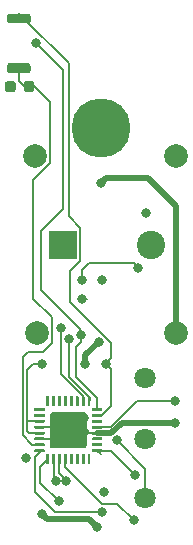
<source format=gbl>
G04 #@! TF.GenerationSoftware,KiCad,Pcbnew,(5.99.0-168-g9990dcc1b)*
G04 #@! TF.CreationDate,2019-12-17T14:25:06+03:00*
G04 #@! TF.ProjectId,SmartPartsIONBoard,536d6172-7450-4617-9274-73494f4e426f,rev?*
G04 #@! TF.SameCoordinates,Original*
G04 #@! TF.FileFunction,Copper,L2,Bot*
G04 #@! TF.FilePolarity,Positive*
%FSLAX46Y46*%
G04 Gerber Fmt 4.6, Leading zero omitted, Abs format (unit mm)*
G04 Created by KiCad (PCBNEW (5.99.0-168-g9990dcc1b)) date 2019-12-17 14:25:06*
%MOMM*%
%LPD*%
G04 APERTURE LIST*
%ADD10C,0.100000*%
%ADD11C,0.250000*%
%ADD12C,3.100000*%
%ADD13C,2.400000*%
%ADD14R,2.400000X2.400000*%
%ADD15C,0.800000*%
%ADD16C,5.000000*%
%ADD17C,2.000000*%
%ADD18C,1.800000*%
%ADD19C,0.875000*%
%ADD20C,0.250000*%
%ADD21C,0.200000*%
%ADD22C,0.500000*%
%ADD23C,0.150000*%
G04 APERTURE END LIST*
D10*
G36*
X64626418Y-68214758D02*
G01*
X64646694Y-68228306D01*
X64660242Y-68248582D01*
X64665000Y-68272500D01*
X64665000Y-69022500D01*
X64660242Y-69046418D01*
X64646694Y-69066694D01*
X64626418Y-69080242D01*
X64602500Y-69085000D01*
X64477500Y-69085000D01*
X64453582Y-69080242D01*
X64433306Y-69066694D01*
X64419758Y-69046418D01*
X64415000Y-69022500D01*
X64415000Y-68272500D01*
X64419758Y-68248582D01*
X64433306Y-68228306D01*
X64453582Y-68214758D01*
X64477500Y-68210000D01*
X64602500Y-68210000D01*
X64626418Y-68214758D01*
X64626418Y-68214758D01*
G37*
D11*
X64540000Y-68647500D03*
D10*
G36*
X65126418Y-68214758D02*
G01*
X65146694Y-68228306D01*
X65160242Y-68248582D01*
X65165000Y-68272500D01*
X65165000Y-69022500D01*
X65160242Y-69046418D01*
X65146694Y-69066694D01*
X65126418Y-69080242D01*
X65102500Y-69085000D01*
X64977500Y-69085000D01*
X64953582Y-69080242D01*
X64933306Y-69066694D01*
X64919758Y-69046418D01*
X64915000Y-69022500D01*
X64915000Y-68272500D01*
X64919758Y-68248582D01*
X64933306Y-68228306D01*
X64953582Y-68214758D01*
X64977500Y-68210000D01*
X65102500Y-68210000D01*
X65126418Y-68214758D01*
X65126418Y-68214758D01*
G37*
D11*
X65040000Y-68647500D03*
D10*
G36*
X65626418Y-68214758D02*
G01*
X65646694Y-68228306D01*
X65660242Y-68248582D01*
X65665000Y-68272500D01*
X65665000Y-69022500D01*
X65660242Y-69046418D01*
X65646694Y-69066694D01*
X65626418Y-69080242D01*
X65602500Y-69085000D01*
X65477500Y-69085000D01*
X65453582Y-69080242D01*
X65433306Y-69066694D01*
X65419758Y-69046418D01*
X65415000Y-69022500D01*
X65415000Y-68272500D01*
X65419758Y-68248582D01*
X65433306Y-68228306D01*
X65453582Y-68214758D01*
X65477500Y-68210000D01*
X65602500Y-68210000D01*
X65626418Y-68214758D01*
X65626418Y-68214758D01*
G37*
D11*
X65540000Y-68647500D03*
D10*
G36*
X66126418Y-68214758D02*
G01*
X66146694Y-68228306D01*
X66160242Y-68248582D01*
X66165000Y-68272500D01*
X66165000Y-69022500D01*
X66160242Y-69046418D01*
X66146694Y-69066694D01*
X66126418Y-69080242D01*
X66102500Y-69085000D01*
X65977500Y-69085000D01*
X65953582Y-69080242D01*
X65933306Y-69066694D01*
X65919758Y-69046418D01*
X65915000Y-69022500D01*
X65915000Y-68272500D01*
X65919758Y-68248582D01*
X65933306Y-68228306D01*
X65953582Y-68214758D01*
X65977500Y-68210000D01*
X66102500Y-68210000D01*
X66126418Y-68214758D01*
X66126418Y-68214758D01*
G37*
D11*
X66040000Y-68647500D03*
D10*
G36*
X66626418Y-68214758D02*
G01*
X66646694Y-68228306D01*
X66660242Y-68248582D01*
X66665000Y-68272500D01*
X66665000Y-69022500D01*
X66660242Y-69046418D01*
X66646694Y-69066694D01*
X66626418Y-69080242D01*
X66602500Y-69085000D01*
X66477500Y-69085000D01*
X66453582Y-69080242D01*
X66433306Y-69066694D01*
X66419758Y-69046418D01*
X66415000Y-69022500D01*
X66415000Y-68272500D01*
X66419758Y-68248582D01*
X66433306Y-68228306D01*
X66453582Y-68214758D01*
X66477500Y-68210000D01*
X66602500Y-68210000D01*
X66626418Y-68214758D01*
X66626418Y-68214758D01*
G37*
D11*
X66540000Y-68647500D03*
D10*
G36*
X67126418Y-68214758D02*
G01*
X67146694Y-68228306D01*
X67160242Y-68248582D01*
X67165000Y-68272500D01*
X67165000Y-69022500D01*
X67160242Y-69046418D01*
X67146694Y-69066694D01*
X67126418Y-69080242D01*
X67102500Y-69085000D01*
X66977500Y-69085000D01*
X66953582Y-69080242D01*
X66933306Y-69066694D01*
X66919758Y-69046418D01*
X66915000Y-69022500D01*
X66915000Y-68272500D01*
X66919758Y-68248582D01*
X66933306Y-68228306D01*
X66953582Y-68214758D01*
X66977500Y-68210000D01*
X67102500Y-68210000D01*
X67126418Y-68214758D01*
X67126418Y-68214758D01*
G37*
D11*
X67040000Y-68647500D03*
D10*
G36*
X67626418Y-68214758D02*
G01*
X67646694Y-68228306D01*
X67660242Y-68248582D01*
X67665000Y-68272500D01*
X67665000Y-69022500D01*
X67660242Y-69046418D01*
X67646694Y-69066694D01*
X67626418Y-69080242D01*
X67602500Y-69085000D01*
X67477500Y-69085000D01*
X67453582Y-69080242D01*
X67433306Y-69066694D01*
X67419758Y-69046418D01*
X67415000Y-69022500D01*
X67415000Y-68272500D01*
X67419758Y-68248582D01*
X67433306Y-68228306D01*
X67453582Y-68214758D01*
X67477500Y-68210000D01*
X67602500Y-68210000D01*
X67626418Y-68214758D01*
X67626418Y-68214758D01*
G37*
D11*
X67540000Y-68647500D03*
D10*
G36*
X68126418Y-68214758D02*
G01*
X68146694Y-68228306D01*
X68160242Y-68248582D01*
X68165000Y-68272500D01*
X68165000Y-69022500D01*
X68160242Y-69046418D01*
X68146694Y-69066694D01*
X68126418Y-69080242D01*
X68102500Y-69085000D01*
X67977500Y-69085000D01*
X67953582Y-69080242D01*
X67933306Y-69066694D01*
X67919758Y-69046418D01*
X67915000Y-69022500D01*
X67915000Y-68272500D01*
X67919758Y-68248582D01*
X67933306Y-68228306D01*
X67953582Y-68214758D01*
X67977500Y-68210000D01*
X68102500Y-68210000D01*
X68126418Y-68214758D01*
X68126418Y-68214758D01*
G37*
D11*
X68040000Y-68647500D03*
D10*
G36*
X69126418Y-67839758D02*
G01*
X69146694Y-67853306D01*
X69160242Y-67873582D01*
X69165000Y-67897500D01*
X69165000Y-68022500D01*
X69160242Y-68046418D01*
X69146694Y-68066694D01*
X69126418Y-68080242D01*
X69102500Y-68085000D01*
X68352500Y-68085000D01*
X68328582Y-68080242D01*
X68308306Y-68066694D01*
X68294758Y-68046418D01*
X68290000Y-68022500D01*
X68290000Y-67897500D01*
X68294758Y-67873582D01*
X68308306Y-67853306D01*
X68328582Y-67839758D01*
X68352500Y-67835000D01*
X69102500Y-67835000D01*
X69126418Y-67839758D01*
X69126418Y-67839758D01*
G37*
D11*
X68727500Y-67960000D03*
D10*
G36*
X69126418Y-67339758D02*
G01*
X69146694Y-67353306D01*
X69160242Y-67373582D01*
X69165000Y-67397500D01*
X69165000Y-67522500D01*
X69160242Y-67546418D01*
X69146694Y-67566694D01*
X69126418Y-67580242D01*
X69102500Y-67585000D01*
X68352500Y-67585000D01*
X68328582Y-67580242D01*
X68308306Y-67566694D01*
X68294758Y-67546418D01*
X68290000Y-67522500D01*
X68290000Y-67397500D01*
X68294758Y-67373582D01*
X68308306Y-67353306D01*
X68328582Y-67339758D01*
X68352500Y-67335000D01*
X69102500Y-67335000D01*
X69126418Y-67339758D01*
X69126418Y-67339758D01*
G37*
D11*
X68727500Y-67460000D03*
D10*
G36*
X69126418Y-66839758D02*
G01*
X69146694Y-66853306D01*
X69160242Y-66873582D01*
X69165000Y-66897500D01*
X69165000Y-67022500D01*
X69160242Y-67046418D01*
X69146694Y-67066694D01*
X69126418Y-67080242D01*
X69102500Y-67085000D01*
X68352500Y-67085000D01*
X68328582Y-67080242D01*
X68308306Y-67066694D01*
X68294758Y-67046418D01*
X68290000Y-67022500D01*
X68290000Y-66897500D01*
X68294758Y-66873582D01*
X68308306Y-66853306D01*
X68328582Y-66839758D01*
X68352500Y-66835000D01*
X69102500Y-66835000D01*
X69126418Y-66839758D01*
X69126418Y-66839758D01*
G37*
D11*
X68727500Y-66960000D03*
D10*
G36*
X69126418Y-66339758D02*
G01*
X69146694Y-66353306D01*
X69160242Y-66373582D01*
X69165000Y-66397500D01*
X69165000Y-66522500D01*
X69160242Y-66546418D01*
X69146694Y-66566694D01*
X69126418Y-66580242D01*
X69102500Y-66585000D01*
X68352500Y-66585000D01*
X68328582Y-66580242D01*
X68308306Y-66566694D01*
X68294758Y-66546418D01*
X68290000Y-66522500D01*
X68290000Y-66397500D01*
X68294758Y-66373582D01*
X68308306Y-66353306D01*
X68328582Y-66339758D01*
X68352500Y-66335000D01*
X69102500Y-66335000D01*
X69126418Y-66339758D01*
X69126418Y-66339758D01*
G37*
D11*
X68727500Y-66460000D03*
D10*
G36*
X69126418Y-65839758D02*
G01*
X69146694Y-65853306D01*
X69160242Y-65873582D01*
X69165000Y-65897500D01*
X69165000Y-66022500D01*
X69160242Y-66046418D01*
X69146694Y-66066694D01*
X69126418Y-66080242D01*
X69102500Y-66085000D01*
X68352500Y-66085000D01*
X68328582Y-66080242D01*
X68308306Y-66066694D01*
X68294758Y-66046418D01*
X68290000Y-66022500D01*
X68290000Y-65897500D01*
X68294758Y-65873582D01*
X68308306Y-65853306D01*
X68328582Y-65839758D01*
X68352500Y-65835000D01*
X69102500Y-65835000D01*
X69126418Y-65839758D01*
X69126418Y-65839758D01*
G37*
D11*
X68727500Y-65960000D03*
D10*
G36*
X69126418Y-65339758D02*
G01*
X69146694Y-65353306D01*
X69160242Y-65373582D01*
X69165000Y-65397500D01*
X69165000Y-65522500D01*
X69160242Y-65546418D01*
X69146694Y-65566694D01*
X69126418Y-65580242D01*
X69102500Y-65585000D01*
X68352500Y-65585000D01*
X68328582Y-65580242D01*
X68308306Y-65566694D01*
X68294758Y-65546418D01*
X68290000Y-65522500D01*
X68290000Y-65397500D01*
X68294758Y-65373582D01*
X68308306Y-65353306D01*
X68328582Y-65339758D01*
X68352500Y-65335000D01*
X69102500Y-65335000D01*
X69126418Y-65339758D01*
X69126418Y-65339758D01*
G37*
D11*
X68727500Y-65460000D03*
D10*
G36*
X69126418Y-64839758D02*
G01*
X69146694Y-64853306D01*
X69160242Y-64873582D01*
X69165000Y-64897500D01*
X69165000Y-65022500D01*
X69160242Y-65046418D01*
X69146694Y-65066694D01*
X69126418Y-65080242D01*
X69102500Y-65085000D01*
X68352500Y-65085000D01*
X68328582Y-65080242D01*
X68308306Y-65066694D01*
X68294758Y-65046418D01*
X68290000Y-65022500D01*
X68290000Y-64897500D01*
X68294758Y-64873582D01*
X68308306Y-64853306D01*
X68328582Y-64839758D01*
X68352500Y-64835000D01*
X69102500Y-64835000D01*
X69126418Y-64839758D01*
X69126418Y-64839758D01*
G37*
D11*
X68727500Y-64960000D03*
D10*
G36*
X69126418Y-64339758D02*
G01*
X69146694Y-64353306D01*
X69160242Y-64373582D01*
X69165000Y-64397500D01*
X69165000Y-64522500D01*
X69160242Y-64546418D01*
X69146694Y-64566694D01*
X69126418Y-64580242D01*
X69102500Y-64585000D01*
X68352500Y-64585000D01*
X68328582Y-64580242D01*
X68308306Y-64566694D01*
X68294758Y-64546418D01*
X68290000Y-64522500D01*
X68290000Y-64397500D01*
X68294758Y-64373582D01*
X68308306Y-64353306D01*
X68328582Y-64339758D01*
X68352500Y-64335000D01*
X69102500Y-64335000D01*
X69126418Y-64339758D01*
X69126418Y-64339758D01*
G37*
D11*
X68727500Y-64460000D03*
D10*
G36*
X68126418Y-63339758D02*
G01*
X68146694Y-63353306D01*
X68160242Y-63373582D01*
X68165000Y-63397500D01*
X68165000Y-64147500D01*
X68160242Y-64171418D01*
X68146694Y-64191694D01*
X68126418Y-64205242D01*
X68102500Y-64210000D01*
X67977500Y-64210000D01*
X67953582Y-64205242D01*
X67933306Y-64191694D01*
X67919758Y-64171418D01*
X67915000Y-64147500D01*
X67915000Y-63397500D01*
X67919758Y-63373582D01*
X67933306Y-63353306D01*
X67953582Y-63339758D01*
X67977500Y-63335000D01*
X68102500Y-63335000D01*
X68126418Y-63339758D01*
X68126418Y-63339758D01*
G37*
D11*
X68040000Y-63772500D03*
D10*
G36*
X67626418Y-63339758D02*
G01*
X67646694Y-63353306D01*
X67660242Y-63373582D01*
X67665000Y-63397500D01*
X67665000Y-64147500D01*
X67660242Y-64171418D01*
X67646694Y-64191694D01*
X67626418Y-64205242D01*
X67602500Y-64210000D01*
X67477500Y-64210000D01*
X67453582Y-64205242D01*
X67433306Y-64191694D01*
X67419758Y-64171418D01*
X67415000Y-64147500D01*
X67415000Y-63397500D01*
X67419758Y-63373582D01*
X67433306Y-63353306D01*
X67453582Y-63339758D01*
X67477500Y-63335000D01*
X67602500Y-63335000D01*
X67626418Y-63339758D01*
X67626418Y-63339758D01*
G37*
D11*
X67540000Y-63772500D03*
D10*
G36*
X67126418Y-63339758D02*
G01*
X67146694Y-63353306D01*
X67160242Y-63373582D01*
X67165000Y-63397500D01*
X67165000Y-64147500D01*
X67160242Y-64171418D01*
X67146694Y-64191694D01*
X67126418Y-64205242D01*
X67102500Y-64210000D01*
X66977500Y-64210000D01*
X66953582Y-64205242D01*
X66933306Y-64191694D01*
X66919758Y-64171418D01*
X66915000Y-64147500D01*
X66915000Y-63397500D01*
X66919758Y-63373582D01*
X66933306Y-63353306D01*
X66953582Y-63339758D01*
X66977500Y-63335000D01*
X67102500Y-63335000D01*
X67126418Y-63339758D01*
X67126418Y-63339758D01*
G37*
D11*
X67040000Y-63772500D03*
D10*
G36*
X66626418Y-63339758D02*
G01*
X66646694Y-63353306D01*
X66660242Y-63373582D01*
X66665000Y-63397500D01*
X66665000Y-64147500D01*
X66660242Y-64171418D01*
X66646694Y-64191694D01*
X66626418Y-64205242D01*
X66602500Y-64210000D01*
X66477500Y-64210000D01*
X66453582Y-64205242D01*
X66433306Y-64191694D01*
X66419758Y-64171418D01*
X66415000Y-64147500D01*
X66415000Y-63397500D01*
X66419758Y-63373582D01*
X66433306Y-63353306D01*
X66453582Y-63339758D01*
X66477500Y-63335000D01*
X66602500Y-63335000D01*
X66626418Y-63339758D01*
X66626418Y-63339758D01*
G37*
D11*
X66540000Y-63772500D03*
D10*
G36*
X66126418Y-63339758D02*
G01*
X66146694Y-63353306D01*
X66160242Y-63373582D01*
X66165000Y-63397500D01*
X66165000Y-64147500D01*
X66160242Y-64171418D01*
X66146694Y-64191694D01*
X66126418Y-64205242D01*
X66102500Y-64210000D01*
X65977500Y-64210000D01*
X65953582Y-64205242D01*
X65933306Y-64191694D01*
X65919758Y-64171418D01*
X65915000Y-64147500D01*
X65915000Y-63397500D01*
X65919758Y-63373582D01*
X65933306Y-63353306D01*
X65953582Y-63339758D01*
X65977500Y-63335000D01*
X66102500Y-63335000D01*
X66126418Y-63339758D01*
X66126418Y-63339758D01*
G37*
D11*
X66040000Y-63772500D03*
D10*
G36*
X65626418Y-63339758D02*
G01*
X65646694Y-63353306D01*
X65660242Y-63373582D01*
X65665000Y-63397500D01*
X65665000Y-64147500D01*
X65660242Y-64171418D01*
X65646694Y-64191694D01*
X65626418Y-64205242D01*
X65602500Y-64210000D01*
X65477500Y-64210000D01*
X65453582Y-64205242D01*
X65433306Y-64191694D01*
X65419758Y-64171418D01*
X65415000Y-64147500D01*
X65415000Y-63397500D01*
X65419758Y-63373582D01*
X65433306Y-63353306D01*
X65453582Y-63339758D01*
X65477500Y-63335000D01*
X65602500Y-63335000D01*
X65626418Y-63339758D01*
X65626418Y-63339758D01*
G37*
D11*
X65540000Y-63772500D03*
D10*
G36*
X65126418Y-63339758D02*
G01*
X65146694Y-63353306D01*
X65160242Y-63373582D01*
X65165000Y-63397500D01*
X65165000Y-64147500D01*
X65160242Y-64171418D01*
X65146694Y-64191694D01*
X65126418Y-64205242D01*
X65102500Y-64210000D01*
X64977500Y-64210000D01*
X64953582Y-64205242D01*
X64933306Y-64191694D01*
X64919758Y-64171418D01*
X64915000Y-64147500D01*
X64915000Y-63397500D01*
X64919758Y-63373582D01*
X64933306Y-63353306D01*
X64953582Y-63339758D01*
X64977500Y-63335000D01*
X65102500Y-63335000D01*
X65126418Y-63339758D01*
X65126418Y-63339758D01*
G37*
D11*
X65040000Y-63772500D03*
D10*
G36*
X64626418Y-63339758D02*
G01*
X64646694Y-63353306D01*
X64660242Y-63373582D01*
X64665000Y-63397500D01*
X64665000Y-64147500D01*
X64660242Y-64171418D01*
X64646694Y-64191694D01*
X64626418Y-64205242D01*
X64602500Y-64210000D01*
X64477500Y-64210000D01*
X64453582Y-64205242D01*
X64433306Y-64191694D01*
X64419758Y-64171418D01*
X64415000Y-64147500D01*
X64415000Y-63397500D01*
X64419758Y-63373582D01*
X64433306Y-63353306D01*
X64453582Y-63339758D01*
X64477500Y-63335000D01*
X64602500Y-63335000D01*
X64626418Y-63339758D01*
X64626418Y-63339758D01*
G37*
D11*
X64540000Y-63772500D03*
D10*
G36*
X64251418Y-64339758D02*
G01*
X64271694Y-64353306D01*
X64285242Y-64373582D01*
X64290000Y-64397500D01*
X64290000Y-64522500D01*
X64285242Y-64546418D01*
X64271694Y-64566694D01*
X64251418Y-64580242D01*
X64227500Y-64585000D01*
X63477500Y-64585000D01*
X63453582Y-64580242D01*
X63433306Y-64566694D01*
X63419758Y-64546418D01*
X63415000Y-64522500D01*
X63415000Y-64397500D01*
X63419758Y-64373582D01*
X63433306Y-64353306D01*
X63453582Y-64339758D01*
X63477500Y-64335000D01*
X64227500Y-64335000D01*
X64251418Y-64339758D01*
X64251418Y-64339758D01*
G37*
D11*
X63852500Y-64460000D03*
D10*
G36*
X64251418Y-64839758D02*
G01*
X64271694Y-64853306D01*
X64285242Y-64873582D01*
X64290000Y-64897500D01*
X64290000Y-65022500D01*
X64285242Y-65046418D01*
X64271694Y-65066694D01*
X64251418Y-65080242D01*
X64227500Y-65085000D01*
X63477500Y-65085000D01*
X63453582Y-65080242D01*
X63433306Y-65066694D01*
X63419758Y-65046418D01*
X63415000Y-65022500D01*
X63415000Y-64897500D01*
X63419758Y-64873582D01*
X63433306Y-64853306D01*
X63453582Y-64839758D01*
X63477500Y-64835000D01*
X64227500Y-64835000D01*
X64251418Y-64839758D01*
X64251418Y-64839758D01*
G37*
D11*
X63852500Y-64960000D03*
D10*
G36*
X64251418Y-65339758D02*
G01*
X64271694Y-65353306D01*
X64285242Y-65373582D01*
X64290000Y-65397500D01*
X64290000Y-65522500D01*
X64285242Y-65546418D01*
X64271694Y-65566694D01*
X64251418Y-65580242D01*
X64227500Y-65585000D01*
X63477500Y-65585000D01*
X63453582Y-65580242D01*
X63433306Y-65566694D01*
X63419758Y-65546418D01*
X63415000Y-65522500D01*
X63415000Y-65397500D01*
X63419758Y-65373582D01*
X63433306Y-65353306D01*
X63453582Y-65339758D01*
X63477500Y-65335000D01*
X64227500Y-65335000D01*
X64251418Y-65339758D01*
X64251418Y-65339758D01*
G37*
D11*
X63852500Y-65460000D03*
D10*
G36*
X64251418Y-65839758D02*
G01*
X64271694Y-65853306D01*
X64285242Y-65873582D01*
X64290000Y-65897500D01*
X64290000Y-66022500D01*
X64285242Y-66046418D01*
X64271694Y-66066694D01*
X64251418Y-66080242D01*
X64227500Y-66085000D01*
X63477500Y-66085000D01*
X63453582Y-66080242D01*
X63433306Y-66066694D01*
X63419758Y-66046418D01*
X63415000Y-66022500D01*
X63415000Y-65897500D01*
X63419758Y-65873582D01*
X63433306Y-65853306D01*
X63453582Y-65839758D01*
X63477500Y-65835000D01*
X64227500Y-65835000D01*
X64251418Y-65839758D01*
X64251418Y-65839758D01*
G37*
D11*
X63852500Y-65960000D03*
D10*
G36*
X64251418Y-66339758D02*
G01*
X64271694Y-66353306D01*
X64285242Y-66373582D01*
X64290000Y-66397500D01*
X64290000Y-66522500D01*
X64285242Y-66546418D01*
X64271694Y-66566694D01*
X64251418Y-66580242D01*
X64227500Y-66585000D01*
X63477500Y-66585000D01*
X63453582Y-66580242D01*
X63433306Y-66566694D01*
X63419758Y-66546418D01*
X63415000Y-66522500D01*
X63415000Y-66397500D01*
X63419758Y-66373582D01*
X63433306Y-66353306D01*
X63453582Y-66339758D01*
X63477500Y-66335000D01*
X64227500Y-66335000D01*
X64251418Y-66339758D01*
X64251418Y-66339758D01*
G37*
D11*
X63852500Y-66460000D03*
D10*
G36*
X64251418Y-66839758D02*
G01*
X64271694Y-66853306D01*
X64285242Y-66873582D01*
X64290000Y-66897500D01*
X64290000Y-67022500D01*
X64285242Y-67046418D01*
X64271694Y-67066694D01*
X64251418Y-67080242D01*
X64227500Y-67085000D01*
X63477500Y-67085000D01*
X63453582Y-67080242D01*
X63433306Y-67066694D01*
X63419758Y-67046418D01*
X63415000Y-67022500D01*
X63415000Y-66897500D01*
X63419758Y-66873582D01*
X63433306Y-66853306D01*
X63453582Y-66839758D01*
X63477500Y-66835000D01*
X64227500Y-66835000D01*
X64251418Y-66839758D01*
X64251418Y-66839758D01*
G37*
D11*
X63852500Y-66960000D03*
D10*
G36*
X64251418Y-67339758D02*
G01*
X64271694Y-67353306D01*
X64285242Y-67373582D01*
X64290000Y-67397500D01*
X64290000Y-67522500D01*
X64285242Y-67546418D01*
X64271694Y-67566694D01*
X64251418Y-67580242D01*
X64227500Y-67585000D01*
X63477500Y-67585000D01*
X63453582Y-67580242D01*
X63433306Y-67566694D01*
X63419758Y-67546418D01*
X63415000Y-67522500D01*
X63415000Y-67397500D01*
X63419758Y-67373582D01*
X63433306Y-67353306D01*
X63453582Y-67339758D01*
X63477500Y-67335000D01*
X64227500Y-67335000D01*
X64251418Y-67339758D01*
X64251418Y-67339758D01*
G37*
D11*
X63852500Y-67460000D03*
D10*
G36*
X64251418Y-67839758D02*
G01*
X64271694Y-67853306D01*
X64285242Y-67873582D01*
X64290000Y-67897500D01*
X64290000Y-68022500D01*
X64285242Y-68046418D01*
X64271694Y-68066694D01*
X64251418Y-68080242D01*
X64227500Y-68085000D01*
X63477500Y-68085000D01*
X63453582Y-68080242D01*
X63433306Y-68066694D01*
X63419758Y-68046418D01*
X63415000Y-68022500D01*
X63415000Y-67897500D01*
X63419758Y-67873582D01*
X63433306Y-67853306D01*
X63453582Y-67839758D01*
X63477500Y-67835000D01*
X64227500Y-67835000D01*
X64251418Y-67839758D01*
X64251418Y-67839758D01*
G37*
D11*
X63852500Y-67960000D03*
D10*
G36*
X67685671Y-64679030D02*
G01*
X67766777Y-64733223D01*
X67820970Y-64814329D01*
X67840000Y-64909999D01*
X67840000Y-67510001D01*
X67820970Y-67605671D01*
X67766777Y-67686777D01*
X67685671Y-67740970D01*
X67590001Y-67760000D01*
X64989999Y-67760000D01*
X64894329Y-67740970D01*
X64813223Y-67686777D01*
X64759030Y-67605671D01*
X64740000Y-67510001D01*
X64740000Y-64909999D01*
X64759030Y-64814329D01*
X64813223Y-64733223D01*
X64894329Y-64679030D01*
X64989999Y-64660000D01*
X67590001Y-64660000D01*
X67685671Y-64679030D01*
X67685671Y-64679030D01*
G37*
D12*
X66290000Y-66210000D03*
D13*
X73300000Y-50500000D03*
D14*
X65800000Y-50500000D03*
D10*
G36*
X62966537Y-35165224D02*
G01*
X63031421Y-35208579D01*
X63074776Y-35273463D01*
X63090000Y-35350000D01*
X63090000Y-35750000D01*
X63074776Y-35826537D01*
X63031421Y-35891421D01*
X62966537Y-35934776D01*
X62890000Y-35950000D01*
X61290000Y-35950000D01*
X61213463Y-35934776D01*
X61148579Y-35891421D01*
X61105224Y-35826537D01*
X61090000Y-35750000D01*
X61090000Y-35350000D01*
X61105224Y-35273463D01*
X61148579Y-35208579D01*
X61213463Y-35165224D01*
X61290000Y-35150000D01*
X62890000Y-35150000D01*
X62966537Y-35165224D01*
X62966537Y-35165224D01*
G37*
D15*
X62090000Y-35550000D03*
D10*
G36*
X62966537Y-30965224D02*
G01*
X63031421Y-31008579D01*
X63074776Y-31073463D01*
X63090000Y-31150000D01*
X63090000Y-31550000D01*
X63074776Y-31626537D01*
X63031421Y-31691421D01*
X62966537Y-31734776D01*
X62890000Y-31750000D01*
X61290000Y-31750000D01*
X61213463Y-31734776D01*
X61148579Y-31691421D01*
X61105224Y-31626537D01*
X61090000Y-31550000D01*
X61090000Y-31150000D01*
X61105224Y-31073463D01*
X61148579Y-31008579D01*
X61213463Y-30965224D01*
X61290000Y-30950000D01*
X62890000Y-30950000D01*
X62966537Y-30965224D01*
X62966537Y-30965224D01*
G37*
D15*
X62090000Y-31350000D03*
D16*
X69081000Y-40620000D03*
D17*
X63600000Y-58020000D03*
X75440000Y-58020000D03*
X75440000Y-43020000D03*
X63440000Y-43020000D03*
D18*
X72790000Y-71960000D03*
X72790000Y-61760000D03*
X72790000Y-66960000D03*
D10*
G36*
X63259962Y-36651651D02*
G01*
X63330930Y-36699070D01*
X63378349Y-36770038D01*
X63395000Y-36853750D01*
X63395000Y-37366250D01*
X63378349Y-37449962D01*
X63330930Y-37520930D01*
X63259962Y-37568349D01*
X63176250Y-37585000D01*
X62738750Y-37585000D01*
X62655038Y-37568349D01*
X62584070Y-37520930D01*
X62536651Y-37449962D01*
X62520000Y-37366250D01*
X62520000Y-36853750D01*
X62536651Y-36770038D01*
X62584070Y-36699070D01*
X62655038Y-36651651D01*
X62738750Y-36635000D01*
X63176250Y-36635000D01*
X63259962Y-36651651D01*
X63259962Y-36651651D01*
G37*
D19*
X62957500Y-37110000D03*
D10*
G36*
X61684962Y-36651651D02*
G01*
X61755930Y-36699070D01*
X61803349Y-36770038D01*
X61820000Y-36853750D01*
X61820000Y-37366250D01*
X61803349Y-37449962D01*
X61755930Y-37520930D01*
X61684962Y-37568349D01*
X61601250Y-37585000D01*
X61163750Y-37585000D01*
X61080038Y-37568349D01*
X61009070Y-37520930D01*
X60961651Y-37449962D01*
X60945000Y-37366250D01*
X60945000Y-36853750D01*
X60961651Y-36770038D01*
X61009070Y-36699070D01*
X61080038Y-36651651D01*
X61163750Y-36635000D01*
X61601250Y-36635000D01*
X61684962Y-36651651D01*
X61684962Y-36651651D01*
G37*
D19*
X61382500Y-37110000D03*
D15*
X69150000Y-53510000D03*
X67710000Y-60650000D03*
X69080000Y-45270000D03*
X72907347Y-47832653D03*
X67452500Y-55130000D03*
X69170000Y-73120000D03*
X63519840Y-33395160D03*
X69447500Y-60580000D03*
X61410000Y-37040000D03*
X65480000Y-72250000D03*
X64060000Y-60640000D03*
X70380000Y-67058827D03*
X75360000Y-63762500D03*
X69300000Y-71470000D03*
X68850000Y-58750000D03*
X62739990Y-68610000D03*
X64060000Y-73350000D03*
X68730000Y-74440000D03*
X71970000Y-70000000D03*
X72220000Y-52500000D03*
X67432500Y-53490000D03*
X75360000Y-65637500D03*
X67600000Y-65210000D03*
X71850000Y-73860000D03*
X65640000Y-57550000D03*
X66370000Y-58530000D03*
X67370000Y-58200000D03*
X65240000Y-70510000D03*
X66130000Y-70480000D03*
D20*
X63190000Y-58430000D02*
X63600000Y-58020000D01*
D21*
X69929023Y-61061523D02*
X69447500Y-60580000D01*
X69929023Y-64207929D02*
X69929023Y-61061523D01*
X69176952Y-64960000D02*
X69929023Y-64207929D01*
X68727500Y-64960000D02*
X69176952Y-64960000D01*
X66040000Y-65960000D02*
X66290000Y-66210000D01*
X66540000Y-66460000D02*
X66290000Y-66210000D01*
X65540000Y-66960000D02*
X66290000Y-66210000D01*
X63415000Y-66460000D02*
X63852500Y-66460000D01*
X62820000Y-66330000D02*
X62950000Y-66460000D01*
X63852500Y-65460000D02*
X62910000Y-65460000D01*
X62910000Y-65460000D02*
X62820000Y-65550000D01*
X62950000Y-66460000D02*
X63415000Y-66460000D01*
X62820000Y-65780000D02*
X62820000Y-66330000D01*
X62820000Y-65550000D02*
X62820000Y-65780000D01*
X68727500Y-67960000D02*
X69017501Y-68250001D01*
X67890000Y-55130000D02*
X67452500Y-55130000D01*
X72790000Y-69468827D02*
X72790000Y-71960000D01*
X70380000Y-67058827D02*
X72790000Y-69468827D01*
D22*
X67710000Y-59890000D02*
X67710000Y-60650000D01*
X68850000Y-58750000D02*
X67710000Y-59890000D01*
D21*
X63852500Y-68085000D02*
X63852500Y-67960000D01*
X65140000Y-73120000D02*
X63440000Y-71420000D01*
X63440000Y-68497500D02*
X63852500Y-68085000D01*
X63440000Y-71420000D02*
X63440000Y-68497500D01*
X69170000Y-73120000D02*
X65140000Y-73120000D01*
D22*
X68039999Y-73749999D02*
X68730000Y-74440000D01*
X64459999Y-73749999D02*
X68039999Y-73749999D01*
X64060000Y-73350000D02*
X64459999Y-73749999D01*
D21*
X64060000Y-60640000D02*
X63320000Y-60640000D01*
X63320000Y-60640000D02*
X62820000Y-61140000D01*
X62820000Y-61140000D02*
X62820000Y-65780000D01*
X69930000Y-67960000D02*
X71970000Y-70000000D01*
X68727500Y-67960000D02*
X69930000Y-67960000D01*
X71820001Y-52100001D02*
X67999999Y-52100001D01*
X72220000Y-52500000D02*
X71820001Y-52100001D01*
X67432500Y-52667500D02*
X67432500Y-53490000D01*
X67999999Y-52100001D02*
X67432500Y-52667500D01*
D22*
X69942825Y-66460000D02*
X70822825Y-65580000D01*
D21*
X69877125Y-65960000D02*
X72074625Y-63762500D01*
X68727500Y-65960000D02*
X69877125Y-65960000D01*
D22*
X68727500Y-66460000D02*
X69942825Y-66460000D01*
X70822825Y-65580000D02*
X75302500Y-65580000D01*
D21*
X72074625Y-63762500D02*
X74660000Y-63762500D01*
X75302500Y-65580000D02*
X75360000Y-65637500D01*
X74660000Y-63762500D02*
X75360000Y-63762500D01*
X67590000Y-65960000D02*
X64630000Y-65960000D01*
X67930000Y-66300000D02*
X67590000Y-65960000D01*
X67930000Y-66460000D02*
X67930000Y-66300000D01*
X63852500Y-65960000D02*
X64630000Y-65960000D01*
X64630000Y-65960000D02*
X66040000Y-65960000D01*
X68727500Y-66460000D02*
X67930000Y-66460000D01*
X67930000Y-66460000D02*
X66540000Y-66460000D01*
X67430000Y-66960000D02*
X67930000Y-66460000D01*
X63852500Y-66960000D02*
X64580000Y-66960000D01*
X64580000Y-66960000D02*
X67430000Y-66960000D01*
X64580000Y-66960000D02*
X65540000Y-66960000D01*
X62090000Y-36680000D02*
X62520000Y-37110000D01*
X62520000Y-37110000D02*
X62957500Y-37110000D01*
X62090000Y-35550000D02*
X62090000Y-36680000D01*
X63919839Y-33795159D02*
X63519840Y-33395160D01*
X65840000Y-35715320D02*
X63919839Y-33795159D01*
X65840000Y-43080000D02*
X65840000Y-35715320D01*
X62419990Y-66629990D02*
X63250000Y-67460000D01*
X62419990Y-59990010D02*
X62419990Y-66629990D01*
X62850000Y-59560000D02*
X62419990Y-59990010D01*
X64875001Y-56645001D02*
X64875001Y-58854999D01*
X63310000Y-55080000D02*
X64875001Y-56645001D01*
X63395000Y-37110000D02*
X64715001Y-38430001D01*
X63310000Y-45037002D02*
X63310000Y-55080000D01*
X63250000Y-67460000D02*
X63852500Y-67460000D01*
X64170000Y-59560000D02*
X62850000Y-59560000D01*
X64715001Y-38430001D02*
X64715001Y-43632001D01*
X64875001Y-58854999D02*
X64170000Y-59560000D01*
X62957500Y-37110000D02*
X63395000Y-37110000D01*
X64715001Y-43632001D02*
X63310000Y-45037002D01*
D22*
X69479999Y-44870001D02*
X69080000Y-45270000D01*
X75440000Y-47280000D02*
X73030001Y-44870001D01*
X73030001Y-44870001D02*
X69479999Y-44870001D01*
X75440000Y-58020000D02*
X75440000Y-47280000D01*
D23*
X69920000Y-60107500D02*
X69447500Y-60580000D01*
X69920000Y-58830000D02*
X69920000Y-60107500D01*
X66430000Y-55340000D02*
X69920000Y-58830000D01*
X66430000Y-52765002D02*
X66430000Y-55340000D01*
X67275001Y-49079999D02*
X67275001Y-51920001D01*
X66305999Y-48110997D02*
X67275001Y-49079999D01*
X67275001Y-51920001D02*
X66430000Y-52765002D01*
X62090000Y-31350000D02*
X62490000Y-30950000D01*
X66305999Y-35155999D02*
X66305999Y-48110997D01*
X62490000Y-31340000D02*
X66305999Y-35155999D01*
X62490000Y-30950000D02*
X62490000Y-31340000D01*
D21*
X64010000Y-49349998D02*
X65840000Y-47519998D01*
X64010000Y-54380000D02*
X64010000Y-49349998D01*
X66930000Y-57300000D02*
X64010000Y-54380000D01*
X65840000Y-47519998D02*
X65840000Y-43080000D01*
X68727500Y-63510548D02*
X66930000Y-61713048D01*
X68727500Y-64460000D02*
X68727500Y-63510548D01*
D23*
X67540000Y-63772500D02*
X67540000Y-63353392D01*
X67540000Y-63353392D02*
X65640000Y-61453392D01*
X65640000Y-58115685D02*
X65640000Y-57550000D01*
X65640000Y-61453392D02*
X65640000Y-58115685D01*
X66370000Y-61688404D02*
X66370000Y-58530000D01*
X68165000Y-63647500D02*
X68165000Y-63483404D01*
X68165000Y-63483404D02*
X66370000Y-61688404D01*
X68040000Y-63772500D02*
X68165000Y-63647500D01*
D21*
X67370000Y-58765685D02*
X67370000Y-58200000D01*
X66930000Y-59205685D02*
X67370000Y-58765685D01*
X66930000Y-61713048D02*
X66930000Y-59205685D01*
X67310000Y-58140000D02*
X67370000Y-58200000D01*
X66930000Y-57310000D02*
X67310000Y-57690000D01*
X67310000Y-57690000D02*
X67310000Y-58140000D01*
X66930000Y-57300000D02*
X66930000Y-57310000D01*
D23*
X65040000Y-70310000D02*
X65240000Y-70510000D01*
X65040000Y-68647500D02*
X65040000Y-70310000D01*
D21*
X63880000Y-70650000D02*
X65480000Y-72250000D01*
X63880000Y-69307500D02*
X63880000Y-70650000D01*
X64540000Y-68647500D02*
X63880000Y-69307500D01*
D23*
X70434999Y-72444999D02*
X71850000Y-73860000D01*
X69144999Y-72444999D02*
X70434999Y-72444999D01*
X66040000Y-69340000D02*
X69144999Y-72444999D01*
X66040000Y-68647500D02*
X66040000Y-69340000D01*
X65540000Y-69810998D02*
X66130000Y-70400998D01*
X66130000Y-70400998D02*
X66130000Y-70480000D01*
X65540000Y-68647500D02*
X65540000Y-69810998D01*
M02*

</source>
